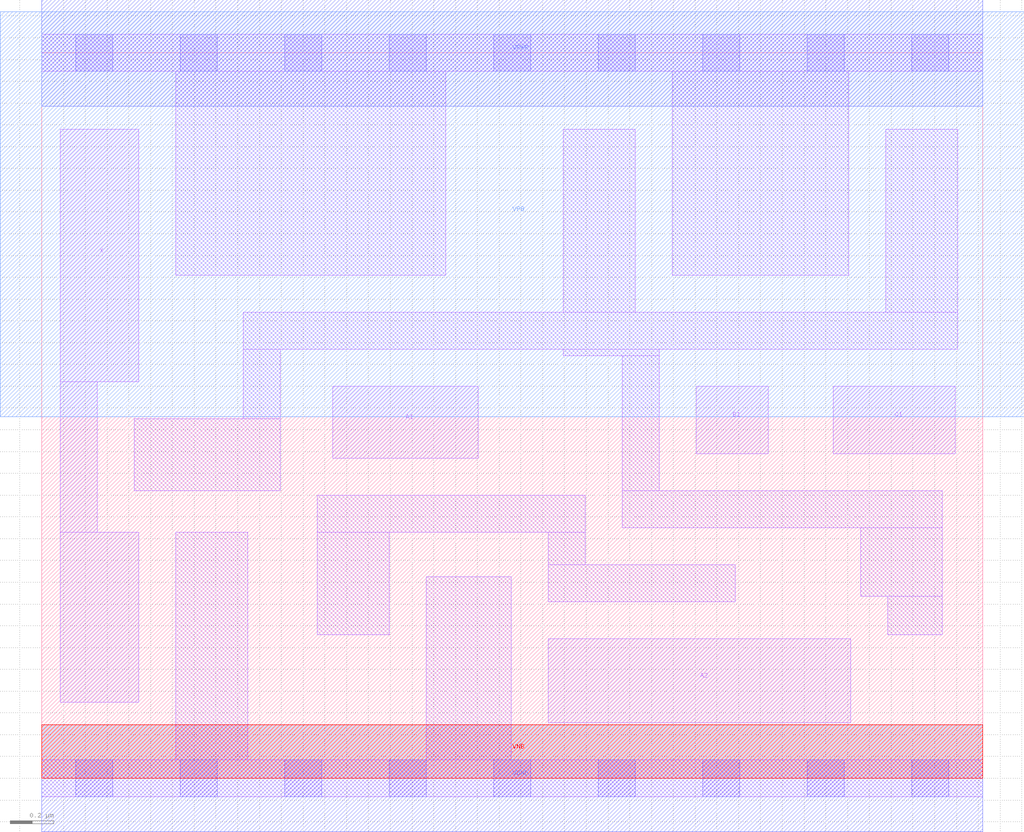
<source format=lef>
# Copyright 2020 The SkyWater PDK Authors
#
# Licensed under the Apache License, Version 2.0 (the "License");
# you may not use this file except in compliance with the License.
# You may obtain a copy of the License at
#
#     https://www.apache.org/licenses/LICENSE-2.0
#
# Unless required by applicable law or agreed to in writing, software
# distributed under the License is distributed on an "AS IS" BASIS,
# WITHOUT WARRANTIES OR CONDITIONS OF ANY KIND, either express or implied.
# See the License for the specific language governing permissions and
# limitations under the License.
#
# SPDX-License-Identifier: Apache-2.0

VERSION 5.7 ;
  NOWIREEXTENSIONATPIN ON ;
  DIVIDERCHAR "/" ;
  BUSBITCHARS "[]" ;
MACRO sky130_fd_sc_ms__o211a_1
  CLASS CORE ;
  FOREIGN sky130_fd_sc_ms__o211a_1 ;
  ORIGIN  0.000000  0.000000 ;
  SIZE  4.320000 BY  3.330000 ;
  SYMMETRY X Y ;
  SITE unit ;
  PIN A1
    ANTENNAGATEAREA  0.276000 ;
    DIRECTION INPUT ;
    USE SIGNAL ;
    PORT
      LAYER li1 ;
        RECT 1.335000 1.470000 2.005000 1.800000 ;
    END
  END A1
  PIN A2
    ANTENNAGATEAREA  0.276000 ;
    DIRECTION INPUT ;
    USE SIGNAL ;
    PORT
      LAYER li1 ;
        RECT 2.325000 0.255000 3.715000 0.640000 ;
    END
  END A2
  PIN B1
    ANTENNAGATEAREA  0.276000 ;
    DIRECTION INPUT ;
    USE SIGNAL ;
    PORT
      LAYER li1 ;
        RECT 3.005000 1.490000 3.335000 1.800000 ;
    END
  END B1
  PIN C1
    ANTENNAGATEAREA  0.276000 ;
    DIRECTION INPUT ;
    USE SIGNAL ;
    PORT
      LAYER li1 ;
        RECT 3.635000 1.490000 4.195000 1.800000 ;
    END
  END C1
  PIN X
    ANTENNADIFFAREA  0.524500 ;
    DIRECTION OUTPUT ;
    USE SIGNAL ;
    PORT
      LAYER li1 ;
        RECT 0.085000 0.350000 0.445000 1.130000 ;
        RECT 0.085000 1.130000 0.255000 1.820000 ;
        RECT 0.085000 1.820000 0.445000 2.980000 ;
    END
  END X
  PIN VGND
    DIRECTION INOUT ;
    USE GROUND ;
    PORT
      LAYER met1 ;
        RECT 0.000000 -0.245000 4.320000 0.245000 ;
    END
  END VGND
  PIN VNB
    DIRECTION INOUT ;
    USE GROUND ;
    PORT
      LAYER pwell ;
        RECT 0.000000 0.000000 4.320000 0.245000 ;
    END
  END VNB
  PIN VPB
    DIRECTION INOUT ;
    USE POWER ;
    PORT
      LAYER nwell ;
        RECT -0.190000 1.660000 4.510000 3.520000 ;
    END
  END VPB
  PIN VPWR
    DIRECTION INOUT ;
    USE POWER ;
    PORT
      LAYER met1 ;
        RECT 0.000000 3.085000 4.320000 3.575000 ;
    END
  END VPWR
  OBS
    LAYER li1 ;
      RECT 0.000000 -0.085000 4.320000 0.085000 ;
      RECT 0.000000  3.245000 4.320000 3.415000 ;
      RECT 0.425000  1.320000 1.095000 1.650000 ;
      RECT 0.615000  0.085000 0.945000 1.130000 ;
      RECT 0.615000  2.310000 1.855000 3.245000 ;
      RECT 0.925000  1.650000 1.095000 1.970000 ;
      RECT 0.925000  1.970000 4.205000 2.140000 ;
      RECT 1.265000  0.660000 1.595000 1.130000 ;
      RECT 1.265000  1.130000 2.495000 1.300000 ;
      RECT 1.765000  0.085000 2.155000 0.925000 ;
      RECT 2.325000  0.810000 3.185000 0.980000 ;
      RECT 2.325000  0.980000 2.495000 1.130000 ;
      RECT 2.395000  1.940000 2.835000 1.970000 ;
      RECT 2.395000  2.140000 2.725000 2.980000 ;
      RECT 2.665000  1.150000 4.135000 1.320000 ;
      RECT 2.665000  1.320000 2.835000 1.940000 ;
      RECT 2.895000  2.310000 3.705000 3.245000 ;
      RECT 3.760000  0.835000 4.135000 1.150000 ;
      RECT 3.875000  2.140000 4.205000 2.980000 ;
      RECT 3.885000  0.660000 4.135000 0.835000 ;
    LAYER mcon ;
      RECT 0.155000 -0.085000 0.325000 0.085000 ;
      RECT 0.155000  3.245000 0.325000 3.415000 ;
      RECT 0.635000 -0.085000 0.805000 0.085000 ;
      RECT 0.635000  3.245000 0.805000 3.415000 ;
      RECT 1.115000 -0.085000 1.285000 0.085000 ;
      RECT 1.115000  3.245000 1.285000 3.415000 ;
      RECT 1.595000 -0.085000 1.765000 0.085000 ;
      RECT 1.595000  3.245000 1.765000 3.415000 ;
      RECT 2.075000 -0.085000 2.245000 0.085000 ;
      RECT 2.075000  3.245000 2.245000 3.415000 ;
      RECT 2.555000 -0.085000 2.725000 0.085000 ;
      RECT 2.555000  3.245000 2.725000 3.415000 ;
      RECT 3.035000 -0.085000 3.205000 0.085000 ;
      RECT 3.035000  3.245000 3.205000 3.415000 ;
      RECT 3.515000 -0.085000 3.685000 0.085000 ;
      RECT 3.515000  3.245000 3.685000 3.415000 ;
      RECT 3.995000 -0.085000 4.165000 0.085000 ;
      RECT 3.995000  3.245000 4.165000 3.415000 ;
  END
END sky130_fd_sc_ms__o211a_1
END LIBRARY

</source>
